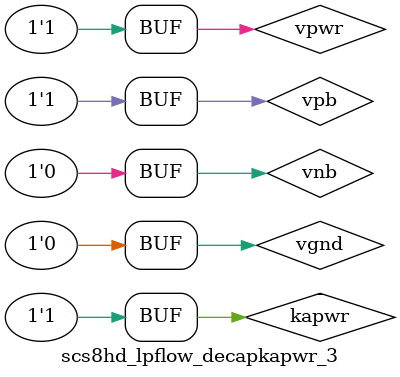
<source format=v>


`celldefine


`timescale 1ns / 1ps

module scs8hd_lpflow_decapkapwr_3  (


`ifdef SC_USE_PG_PIN
input vpwr,
input kapwr,
input vgnd
, input vpb
, input vnb
`endif

);

`ifdef functional
`else
`ifdef SC_USE_PG_PIN
`else
supply1 vpwr;
supply1 kapwr;
supply0 vgnd;
supply1 vpb;
supply0 vnb;
`endif
`endif


endmodule
`endcelldefine

</source>
